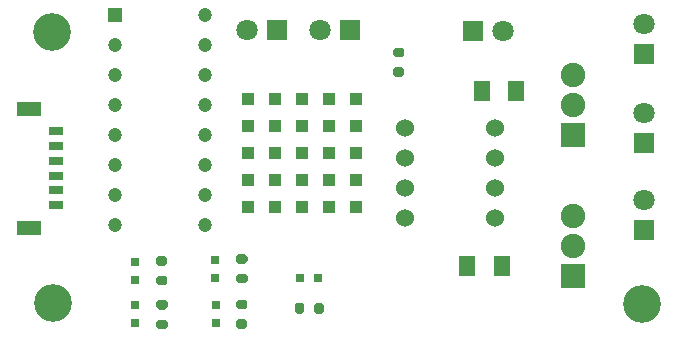
<source format=gts>
%TF.GenerationSoftware,KiCad,Pcbnew,(5.1.10)-1*%
%TF.CreationDate,2021-11-25T14:26:07+01:00*%
%TF.ProjectId,POWER_BOARD,504f5745-525f-4424-9f41-52442e6b6963,V01*%
%TF.SameCoordinates,Original*%
%TF.FileFunction,Soldermask,Top*%
%TF.FilePolarity,Negative*%
%FSLAX46Y46*%
G04 Gerber Fmt 4.6, Leading zero omitted, Abs format (unit mm)*
G04 Created by KiCad (PCBNEW (5.1.10)-1) date 2021-11-25 14:26:07*
%MOMM*%
%LPD*%
G01*
G04 APERTURE LIST*
%ADD10C,3.200000*%
%ADD11C,1.524000*%
%ADD12R,1.450000X1.800000*%
%ADD13R,0.800000X0.800000*%
%ADD14R,1.200000X1.200000*%
%ADD15C,1.200000*%
%ADD16R,1.800000X1.800000*%
%ADD17C,1.800000*%
%ADD18R,1.060000X1.060000*%
%ADD19C,2.070000*%
%ADD20R,2.070000X2.070000*%
%ADD21R,1.200000X0.800000*%
%ADD22R,2.150000X1.300000*%
G04 APERTURE END LIST*
D10*
%TO.C,REF\u002A\u002A*%
X148520400Y-106455400D03*
%TD*%
%TO.C,REF\u002A\u002A*%
X98584000Y-83443000D03*
%TD*%
%TO.C,REF\u002A\u002A*%
X98634800Y-106353800D03*
%TD*%
D11*
%TO.C,U3*%
X136049000Y-99216400D03*
X136049000Y-96676400D03*
X136049000Y-94136400D03*
X136049000Y-91596400D03*
X128429000Y-91596400D03*
X128429000Y-94136400D03*
X128429000Y-96676400D03*
X128429000Y-99216400D03*
%TD*%
D12*
%TO.C,U1*%
X137877800Y-88446800D03*
X134927800Y-88446800D03*
%TD*%
%TO.C,U2*%
X133734000Y-103229600D03*
X136684000Y-103229600D03*
%TD*%
%TO.C,R1*%
G36*
G01*
X119913600Y-106561400D02*
X119913600Y-107111400D01*
G75*
G02*
X119713600Y-107311400I-200000J0D01*
G01*
X119313600Y-107311400D01*
G75*
G02*
X119113600Y-107111400I0J200000D01*
G01*
X119113600Y-106561400D01*
G75*
G02*
X119313600Y-106361400I200000J0D01*
G01*
X119713600Y-106361400D01*
G75*
G02*
X119913600Y-106561400I0J-200000D01*
G01*
G37*
G36*
G01*
X121563600Y-106561400D02*
X121563600Y-107111400D01*
G75*
G02*
X121363600Y-107311400I-200000J0D01*
G01*
X120963600Y-107311400D01*
G75*
G02*
X120763600Y-107111400I0J200000D01*
G01*
X120763600Y-106561400D01*
G75*
G02*
X120963600Y-106361400I200000J0D01*
G01*
X121363600Y-106361400D01*
G75*
G02*
X121563600Y-106561400I0J-200000D01*
G01*
G37*
%TD*%
%TO.C,R6*%
G36*
G01*
X107605400Y-106131600D02*
X108155400Y-106131600D01*
G75*
G02*
X108355400Y-106331600I0J-200000D01*
G01*
X108355400Y-106731600D01*
G75*
G02*
X108155400Y-106931600I-200000J0D01*
G01*
X107605400Y-106931600D01*
G75*
G02*
X107405400Y-106731600I0J200000D01*
G01*
X107405400Y-106331600D01*
G75*
G02*
X107605400Y-106131600I200000J0D01*
G01*
G37*
G36*
G01*
X107605400Y-107781600D02*
X108155400Y-107781600D01*
G75*
G02*
X108355400Y-107981600I0J-200000D01*
G01*
X108355400Y-108381600D01*
G75*
G02*
X108155400Y-108581600I-200000J0D01*
G01*
X107605400Y-108581600D01*
G75*
G02*
X107405400Y-108381600I0J200000D01*
G01*
X107405400Y-107981600D01*
G75*
G02*
X107605400Y-107781600I200000J0D01*
G01*
G37*
%TD*%
%TO.C,R7*%
G36*
G01*
X107580000Y-104073200D02*
X108130000Y-104073200D01*
G75*
G02*
X108330000Y-104273200I0J-200000D01*
G01*
X108330000Y-104673200D01*
G75*
G02*
X108130000Y-104873200I-200000J0D01*
G01*
X107580000Y-104873200D01*
G75*
G02*
X107380000Y-104673200I0J200000D01*
G01*
X107380000Y-104273200D01*
G75*
G02*
X107580000Y-104073200I200000J0D01*
G01*
G37*
G36*
G01*
X107580000Y-102423200D02*
X108130000Y-102423200D01*
G75*
G02*
X108330000Y-102623200I0J-200000D01*
G01*
X108330000Y-103023200D01*
G75*
G02*
X108130000Y-103223200I-200000J0D01*
G01*
X107580000Y-103223200D01*
G75*
G02*
X107380000Y-103023200I0J200000D01*
G01*
X107380000Y-102623200D01*
G75*
G02*
X107580000Y-102423200I200000J0D01*
G01*
G37*
%TD*%
%TO.C,R12*%
G36*
G01*
X114361800Y-103895400D02*
X114911800Y-103895400D01*
G75*
G02*
X115111800Y-104095400I0J-200000D01*
G01*
X115111800Y-104495400D01*
G75*
G02*
X114911800Y-104695400I-200000J0D01*
G01*
X114361800Y-104695400D01*
G75*
G02*
X114161800Y-104495400I0J200000D01*
G01*
X114161800Y-104095400D01*
G75*
G02*
X114361800Y-103895400I200000J0D01*
G01*
G37*
G36*
G01*
X114361800Y-102245400D02*
X114911800Y-102245400D01*
G75*
G02*
X115111800Y-102445400I0J-200000D01*
G01*
X115111800Y-102845400D01*
G75*
G02*
X114911800Y-103045400I-200000J0D01*
G01*
X114361800Y-103045400D01*
G75*
G02*
X114161800Y-102845400I0J200000D01*
G01*
X114161800Y-102445400D01*
G75*
G02*
X114361800Y-102245400I200000J0D01*
G01*
G37*
%TD*%
%TO.C,R13*%
G36*
G01*
X114336400Y-106106200D02*
X114886400Y-106106200D01*
G75*
G02*
X115086400Y-106306200I0J-200000D01*
G01*
X115086400Y-106706200D01*
G75*
G02*
X114886400Y-106906200I-200000J0D01*
G01*
X114336400Y-106906200D01*
G75*
G02*
X114136400Y-106706200I0J200000D01*
G01*
X114136400Y-106306200D01*
G75*
G02*
X114336400Y-106106200I200000J0D01*
G01*
G37*
G36*
G01*
X114336400Y-107756200D02*
X114886400Y-107756200D01*
G75*
G02*
X115086400Y-107956200I0J-200000D01*
G01*
X115086400Y-108356200D01*
G75*
G02*
X114886400Y-108556200I-200000J0D01*
G01*
X114336400Y-108556200D01*
G75*
G02*
X114136400Y-108356200I0J200000D01*
G01*
X114136400Y-107956200D01*
G75*
G02*
X114336400Y-107756200I200000J0D01*
G01*
G37*
%TD*%
%TO.C,R18*%
G36*
G01*
X128196000Y-87220200D02*
X127646000Y-87220200D01*
G75*
G02*
X127446000Y-87020200I0J200000D01*
G01*
X127446000Y-86620200D01*
G75*
G02*
X127646000Y-86420200I200000J0D01*
G01*
X128196000Y-86420200D01*
G75*
G02*
X128396000Y-86620200I0J-200000D01*
G01*
X128396000Y-87020200D01*
G75*
G02*
X128196000Y-87220200I-200000J0D01*
G01*
G37*
G36*
G01*
X128196000Y-85570200D02*
X127646000Y-85570200D01*
G75*
G02*
X127446000Y-85370200I0J200000D01*
G01*
X127446000Y-84970200D01*
G75*
G02*
X127646000Y-84770200I200000J0D01*
G01*
X128196000Y-84770200D01*
G75*
G02*
X128396000Y-84970200I0J-200000D01*
G01*
X128396000Y-85370200D01*
G75*
G02*
X128196000Y-85570200I-200000J0D01*
G01*
G37*
%TD*%
D13*
%TO.C,D1*%
X121063000Y-104245600D03*
X119563000Y-104245600D03*
%TD*%
%TO.C,D2*%
X105594400Y-108082400D03*
X105594400Y-106582400D03*
%TD*%
%TO.C,D3*%
X105543600Y-102899400D03*
X105543600Y-104399400D03*
%TD*%
%TO.C,D4*%
X112325400Y-104221600D03*
X112325400Y-102721600D03*
%TD*%
%TO.C,D5*%
X112427000Y-106582400D03*
X112427000Y-108082400D03*
%TD*%
D14*
%TO.C,IC1*%
X103918000Y-81995200D03*
D15*
X103918000Y-84535200D03*
X103918000Y-87075200D03*
X103918000Y-89615200D03*
X103918000Y-92155200D03*
X103918000Y-94695200D03*
X103918000Y-97235200D03*
X103918000Y-99775200D03*
X111538000Y-99775200D03*
X111538000Y-97235200D03*
X111538000Y-94695200D03*
X111538000Y-92155200D03*
X111538000Y-89615200D03*
X111538000Y-87075200D03*
X111538000Y-84535200D03*
X111538000Y-81995200D03*
%TD*%
D16*
%TO.C,J2*%
X148647400Y-85297200D03*
D17*
X148647400Y-82757200D03*
%TD*%
%TO.C,J3*%
X148647400Y-97616200D03*
D16*
X148647400Y-100156200D03*
%TD*%
%TO.C,J4*%
X148698200Y-92841000D03*
D17*
X148698200Y-90301000D03*
%TD*%
%TO.C,J5*%
X121215400Y-83265200D03*
D16*
X123755400Y-83265200D03*
%TD*%
%TO.C,J6*%
X117583200Y-83265200D03*
D17*
X115043200Y-83265200D03*
%TD*%
%TO.C,J7*%
X136734800Y-83316000D03*
D16*
X134194800Y-83316000D03*
%TD*%
D18*
%TO.C,PS1*%
X115128800Y-98241800D03*
X115128800Y-95951800D03*
X115128800Y-93661800D03*
X115128800Y-91371800D03*
X115128800Y-89081800D03*
X117418800Y-98241800D03*
X117418800Y-95951800D03*
X117418800Y-93661800D03*
X117418800Y-91371800D03*
X117418800Y-89081800D03*
X119708800Y-98241800D03*
X119708800Y-95951800D03*
X119708800Y-93661800D03*
X119708800Y-91371800D03*
X119708800Y-89081800D03*
X121998800Y-98241800D03*
X121998800Y-95951800D03*
X121998800Y-93661800D03*
X121998800Y-91371800D03*
X121998800Y-89081800D03*
X124288800Y-98241800D03*
X124288800Y-95951800D03*
X124288800Y-93661800D03*
X124288800Y-91371800D03*
X124288800Y-89081800D03*
%TD*%
D19*
%TO.C,Q1*%
X142653000Y-99013200D03*
X142653000Y-101553200D03*
D20*
X142653000Y-104093200D03*
%TD*%
%TO.C,Q2*%
X142653000Y-92155200D03*
D19*
X142653000Y-89615200D03*
X142653000Y-87075200D03*
%TD*%
D21*
%TO.C,J9*%
X98891140Y-98091980D03*
X98891140Y-96841980D03*
X98891140Y-95591980D03*
X98891140Y-94341980D03*
X98891140Y-93091980D03*
X98891140Y-91841980D03*
D22*
X96596140Y-99991980D03*
X96596140Y-89941980D03*
%TD*%
M02*

</source>
